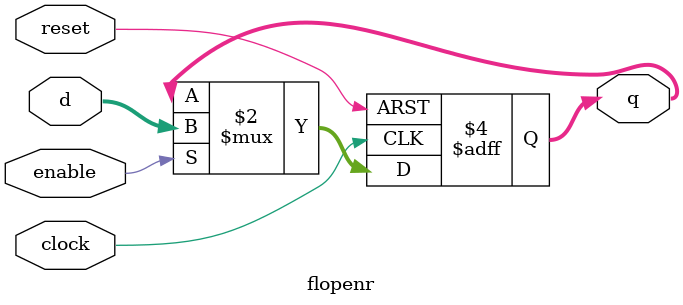
<source format=v>
module flopenr(clock, reset, enable, d, q);

    // Parameters
    parameter WIDTH = 8;

    // Declarations
    input clock;
    input reset;
    input enable;
    input [WIDTH-1:0] d;
    output reg [WIDTH-1:0] q;
    
    // Logic
    always @(posedge clock, posedge reset)
        if (reset)
            q <= 0;
        else if (enable)
            q <= d;
    
endmodule
</source>
